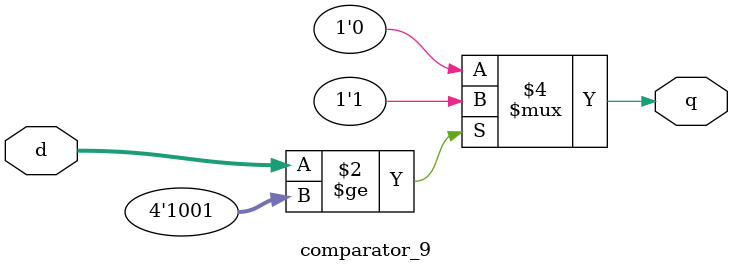
<source format=v>
module comparator_9(
	input [3:0] d,
	output reg q
	);
	
	always @(*) begin
		if(d >= 4'd9)
			q = 1;
		else
			q = 0;
	end
	
endmodule
</source>
